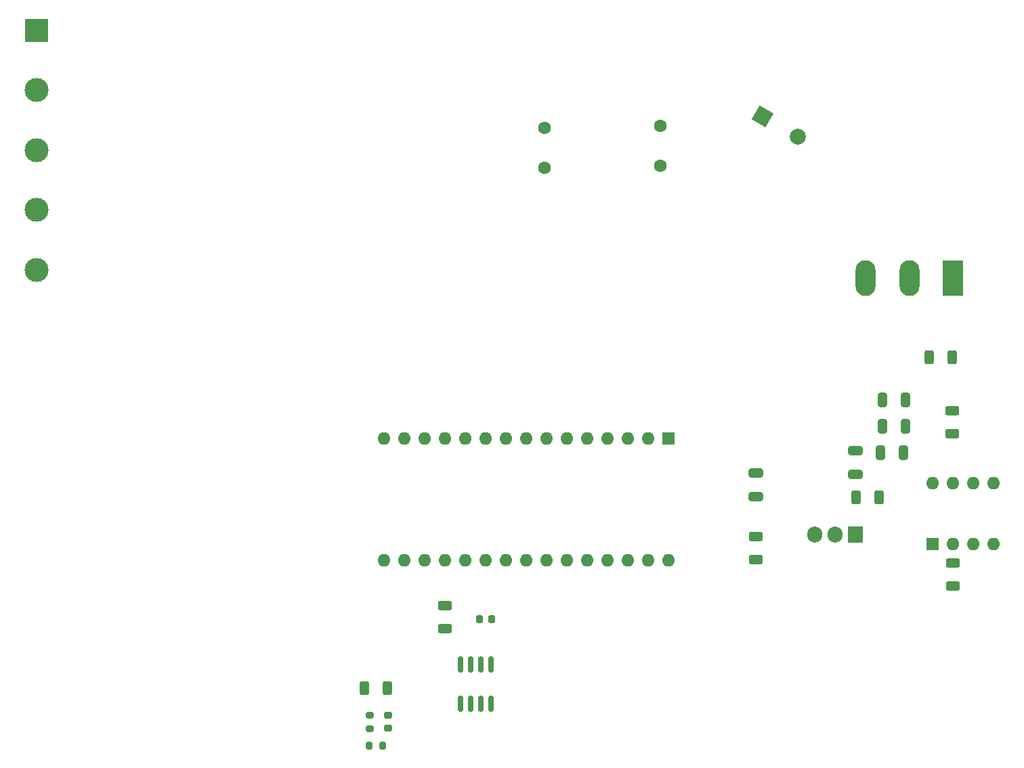
<source format=gbr>
%TF.GenerationSoftware,KiCad,Pcbnew,(6.0.10)*%
%TF.CreationDate,2023-01-04T09:35:26+03:00*%
%TF.ProjectId,ee463_project,65653436-335f-4707-926f-6a6563742e6b,rev?*%
%TF.SameCoordinates,Original*%
%TF.FileFunction,Soldermask,Top*%
%TF.FilePolarity,Negative*%
%FSLAX46Y46*%
G04 Gerber Fmt 4.6, Leading zero omitted, Abs format (unit mm)*
G04 Created by KiCad (PCBNEW (6.0.10)) date 2023-01-04 09:35:26*
%MOMM*%
%LPD*%
G01*
G04 APERTURE LIST*
G04 Aperture macros list*
%AMRoundRect*
0 Rectangle with rounded corners*
0 $1 Rounding radius*
0 $2 $3 $4 $5 $6 $7 $8 $9 X,Y pos of 4 corners*
0 Add a 4 corners polygon primitive as box body*
4,1,4,$2,$3,$4,$5,$6,$7,$8,$9,$2,$3,0*
0 Add four circle primitives for the rounded corners*
1,1,$1+$1,$2,$3*
1,1,$1+$1,$4,$5*
1,1,$1+$1,$6,$7*
1,1,$1+$1,$8,$9*
0 Add four rect primitives between the rounded corners*
20,1,$1+$1,$2,$3,$4,$5,0*
20,1,$1+$1,$4,$5,$6,$7,0*
20,1,$1+$1,$6,$7,$8,$9,0*
20,1,$1+$1,$8,$9,$2,$3,0*%
%AMHorizOval*
0 Thick line with rounded ends*
0 $1 width*
0 $2 $3 position (X,Y) of the first rounded end (center of the circle)*
0 $4 $5 position (X,Y) of the second rounded end (center of the circle)*
0 Add line between two ends*
20,1,$1,$2,$3,$4,$5,0*
0 Add two circle primitives to create the rounded ends*
1,1,$1,$2,$3*
1,1,$1,$4,$5*%
%AMRotRect*
0 Rectangle, with rotation*
0 The origin of the aperture is its center*
0 $1 length*
0 $2 width*
0 $3 Rotation angle, in degrees counterclockwise*
0 Add horizontal line*
21,1,$1,$2,0,0,$3*%
G04 Aperture macros list end*
%ADD10RoundRect,0.150000X0.150000X-0.825000X0.150000X0.825000X-0.150000X0.825000X-0.150000X-0.825000X0*%
%ADD11RoundRect,0.200000X-0.275000X0.200000X-0.275000X-0.200000X0.275000X-0.200000X0.275000X0.200000X0*%
%ADD12RoundRect,0.250000X-0.625000X0.312500X-0.625000X-0.312500X0.625000X-0.312500X0.625000X0.312500X0*%
%ADD13RoundRect,0.250000X-0.312500X-0.625000X0.312500X-0.625000X0.312500X0.625000X-0.312500X0.625000X0*%
%ADD14RoundRect,0.250000X0.312500X0.625000X-0.312500X0.625000X-0.312500X-0.625000X0.312500X-0.625000X0*%
%ADD15RoundRect,0.200000X0.200000X0.275000X-0.200000X0.275000X-0.200000X-0.275000X0.200000X-0.275000X0*%
%ADD16RoundRect,0.225000X-0.250000X0.225000X-0.250000X-0.225000X0.250000X-0.225000X0.250000X0.225000X0*%
%ADD17RoundRect,0.225000X-0.225000X-0.250000X0.225000X-0.250000X0.225000X0.250000X-0.225000X0.250000X0*%
%ADD18RoundRect,0.250000X0.650000X-0.325000X0.650000X0.325000X-0.650000X0.325000X-0.650000X-0.325000X0*%
%ADD19RoundRect,0.250000X0.325000X0.650000X-0.325000X0.650000X-0.325000X-0.650000X0.325000X-0.650000X0*%
%ADD20RoundRect,0.250000X0.625000X-0.312500X0.625000X0.312500X-0.625000X0.312500X-0.625000X-0.312500X0*%
%ADD21R,2.500000X4.500000*%
%ADD22O,2.500000X4.500000*%
%ADD23R,1.600000X1.600000*%
%ADD24O,1.600000X1.600000*%
%ADD25R,1.905000X2.000000*%
%ADD26O,1.905000X2.000000*%
%ADD27R,3.000000X3.000000*%
%ADD28C,3.000000*%
%ADD29RotRect,2.000000X2.000000X330.000000*%
%ADD30HorizOval,2.000000X0.000000X0.000000X0.000000X0.000000X0*%
%ADD31C,1.600000*%
G04 APERTURE END LIST*
D10*
%TO.C,U3*%
X115443000Y-127707000D03*
X116713000Y-127707000D03*
X117983000Y-127707000D03*
X119253000Y-127707000D03*
X119253000Y-122757000D03*
X117983000Y-122757000D03*
X116713000Y-122757000D03*
X115443000Y-122757000D03*
%TD*%
D11*
%TO.C,R8*%
X104140000Y-129170000D03*
X104140000Y-130820000D03*
%TD*%
D12*
%TO.C,R7*%
X113538000Y-115387500D03*
X113538000Y-118312500D03*
%TD*%
D13*
%TO.C,R6*%
X103439500Y-125740000D03*
X106364500Y-125740000D03*
%TD*%
D12*
%TO.C,R5*%
X152400000Y-106751500D03*
X152400000Y-109676500D03*
%TD*%
D14*
%TO.C,R4*%
X167832500Y-101864000D03*
X164907500Y-101864000D03*
%TD*%
D15*
%TO.C,D3*%
X105727000Y-132980000D03*
X104077000Y-132980000D03*
%TD*%
D16*
%TO.C,C9*%
X106426000Y-129157000D03*
X106426000Y-130707000D03*
%TD*%
D17*
%TO.C,C8*%
X117843000Y-117104000D03*
X119393000Y-117104000D03*
%TD*%
D18*
%TO.C,C7*%
X152400000Y-101815000D03*
X152400000Y-98865000D03*
%TD*%
%TO.C,C6*%
X164846000Y-99021000D03*
X164846000Y-96071000D03*
%TD*%
D19*
%TO.C,C3*%
X170893000Y-96276000D03*
X167943000Y-96276000D03*
%TD*%
%TO.C,C2*%
X171147000Y-89672000D03*
X168197000Y-89672000D03*
%TD*%
%TO.C,C1*%
X171147000Y-92974000D03*
X168197000Y-92974000D03*
%TD*%
D20*
%TO.C,R2*%
X176976500Y-93928500D03*
X176976500Y-91003500D03*
%TD*%
D21*
%TO.C,Q1*%
X177038000Y-74432000D03*
D22*
X171588000Y-74432000D03*
X166138000Y-74432000D03*
%TD*%
D23*
%TO.C,A1*%
X141478000Y-94508000D03*
D24*
X138938000Y-94508000D03*
X136398000Y-94508000D03*
X133858000Y-94508000D03*
X131318000Y-94508000D03*
X128778000Y-94508000D03*
X126238000Y-94508000D03*
X123698000Y-94508000D03*
X121158000Y-94508000D03*
X118618000Y-94508000D03*
X116078000Y-94508000D03*
X113538000Y-94508000D03*
X110998000Y-94508000D03*
X108458000Y-94508000D03*
X105918000Y-94508000D03*
X105918000Y-109748000D03*
X108458000Y-109748000D03*
X110998000Y-109748000D03*
X113538000Y-109748000D03*
X116078000Y-109748000D03*
X118618000Y-109748000D03*
X121158000Y-109748000D03*
X123698000Y-109748000D03*
X126238000Y-109748000D03*
X128778000Y-109748000D03*
X131318000Y-109748000D03*
X133858000Y-109748000D03*
X136398000Y-109748000D03*
X138938000Y-109748000D03*
X141478000Y-109748000D03*
%TD*%
D25*
%TO.C,U2*%
X164846000Y-106507000D03*
D26*
X162306000Y-106507000D03*
X159766000Y-106507000D03*
%TD*%
D27*
%TO.C,D2*%
X62460000Y-43420000D03*
D28*
X62460000Y-50920000D03*
X62460000Y-58420000D03*
X62460000Y-65920000D03*
X62460000Y-73420000D03*
%TD*%
D20*
%TO.C,R1*%
X177038000Y-112978500D03*
X177038000Y-110053500D03*
%TD*%
D29*
%TO.C,D1*%
X153283796Y-54168394D03*
D30*
X157683205Y-56708394D03*
%TD*%
D31*
%TO.C,C5*%
X125984000Y-55676000D03*
X125984000Y-60676000D03*
%TD*%
D23*
%TO.C,U1*%
X174508000Y-107696000D03*
D24*
X177048000Y-107696000D03*
X179588000Y-107696000D03*
X182128000Y-107696000D03*
X182128000Y-100076000D03*
X179588000Y-100076000D03*
X177048000Y-100076000D03*
X174508000Y-100076000D03*
%TD*%
D31*
%TO.C,C4*%
X140462000Y-55422000D03*
X140462000Y-60422000D03*
%TD*%
D14*
%TO.C,R3*%
X176976500Y-84338000D03*
X174051500Y-84338000D03*
%TD*%
M02*

</source>
